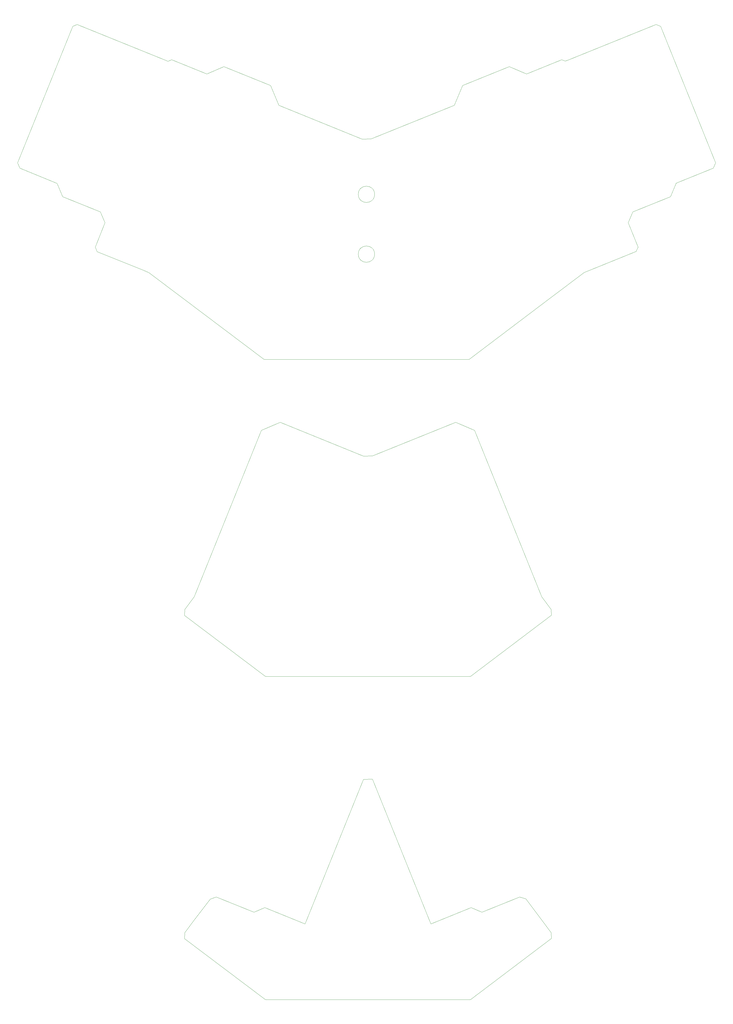
<source format=gbr>
G04 #@! TF.GenerationSoftware,KiCad,Pcbnew,(5.1.4)-1*
G04 #@! TF.CreationDate,2022-01-29T22:37:01-05:00*
G04 #@! TF.ProjectId,ThumbsUpUnsplit,5468756d-6273-4557-9055-6e73706c6974,rev?*
G04 #@! TF.SameCoordinates,Original*
G04 #@! TF.FileFunction,Profile,NP*
%FSLAX46Y46*%
G04 Gerber Fmt 4.6, Leading zero omitted, Abs format (unit mm)*
G04 Created by KiCad (PCBNEW (5.1.4)-1) date 2022-01-29 22:37:01*
%MOMM*%
%LPD*%
G04 APERTURE LIST*
%ADD10C,0.050000*%
G04 APERTURE END LIST*
D10*
X84000000Y240000000D02*
G75*
G03X84000000Y240000000I-3000000J0D01*
G01*
X84000000Y262000000D02*
G75*
G03X84000000Y262000000I-3000000J0D01*
G01*
X43844894Y-34138111D02*
X14018929Y-11677622D01*
X14018929Y107194378D02*
X43844894Y84733889D01*
X13510929Y223780378D02*
X43336894Y201319889D01*
X149056410Y-11653647D02*
X119230446Y-34114136D01*
X145495394Y-4873957D02*
X139619794Y2888217D01*
X119537726Y-294405D02*
X104700930Y-6288859D01*
X43537613Y-318380D02*
X58374409Y-6312834D01*
X17579946Y-4897931D02*
X23455546Y2864242D01*
X43844894Y-34138111D02*
X119230446Y-34114136D01*
X149001724Y-9484159D02*
X149056410Y-11653647D01*
X58374409Y-6312834D02*
X79878326Y46911228D01*
X123505584Y-1978660D02*
X119537726Y-294405D01*
X104700930Y-6288859D02*
X83197013Y46935203D01*
X139619794Y2888217D02*
X137400361Y3635194D01*
X25674979Y3611219D02*
X39569756Y-2002635D01*
X39569756Y-2002635D02*
X43537613Y-318380D01*
X14073616Y-9508134D02*
X14018929Y-11677622D01*
X17579946Y-4897931D02*
X14073616Y-9508134D01*
X137400361Y3635194D02*
X123505584Y-1978660D01*
X79878326Y46911228D02*
X83197013Y46935203D01*
X23455546Y2864242D02*
X25674979Y3611219D01*
X145495394Y-4873957D02*
X149001724Y-9484159D01*
X149056410Y107218353D02*
X119230446Y84757864D01*
X42318965Y175205290D02*
X17579946Y113974069D01*
X43844894Y84733889D02*
X119230446Y84757864D01*
X49262716Y178152737D02*
X79878326Y165783228D01*
X149001724Y109387841D02*
X149056410Y107218353D01*
X113812624Y178176712D02*
X83197013Y165807203D01*
X14073616Y109363866D02*
X14018929Y107194378D01*
X17579946Y113974069D02*
X14073616Y109363866D01*
X113812624Y178176712D02*
X120756375Y175229265D01*
X79878326Y165783228D02*
X83197013Y165807203D01*
X49262716Y178152737D02*
X42318965Y175205290D01*
X120756375Y175229265D02*
X145495394Y113998043D01*
X145495394Y113998043D02*
X149001724Y109387841D01*
X903049Y233257458D02*
X13510929Y223780378D01*
X148548410Y223804353D02*
X118722446Y201343864D01*
X161156291Y233281432D02*
X148548410Y223804353D01*
X43336894Y201319889D02*
X118722446Y201343864D01*
X79370326Y282369228D02*
X82689013Y282393203D01*
X45666914Y302013143D02*
X48754716Y294738737D01*
X-25524415Y324475506D02*
X-27177689Y323773733D01*
X-30837935Y261148778D02*
X-32802900Y265777945D01*
X-47444655Y273611232D02*
X-46602527Y271627304D01*
X-27177689Y323773733D02*
X-47444655Y273611232D01*
X45666914Y302013143D02*
X28475071Y308959098D01*
X48754716Y294738737D02*
X79370326Y282369228D01*
X7917252Y310964196D02*
X6739729Y311439946D01*
X9239872Y311525614D02*
X7917252Y310964196D01*
X-25524415Y324475506D02*
X6739729Y311439946D01*
X28475071Y308959098D02*
X22192630Y306292360D01*
X22192630Y306292360D02*
X9239872Y311525614D01*
X-18172832Y240964614D02*
X-1216494Y234113808D01*
X-18874605Y242617887D02*
X-18172832Y240964614D01*
X903049Y233257458D02*
X-1216494Y234113808D01*
X-15258902Y251567066D02*
X-18874605Y242617887D01*
X-30837935Y261148778D02*
X-16943158Y255534923D01*
X-32943254Y266108599D02*
X-32802900Y265777945D01*
X-16943158Y255534923D02*
X-15258902Y251567066D01*
X-46602527Y271627304D02*
X-32943254Y266108599D01*
X161156291Y233281432D02*
X163275833Y234137783D01*
X180232172Y240988588D02*
X163275833Y234137783D01*
X180933945Y242641862D02*
X180232172Y240988588D01*
X177318242Y251591041D02*
X180933945Y242641862D01*
X179002497Y255558898D02*
X177318242Y251591041D01*
X192897275Y261172753D02*
X179002497Y255558898D01*
X195002594Y266132574D02*
X194862239Y265801919D01*
X208661867Y271651278D02*
X195002594Y266132574D01*
X192897275Y261172753D02*
X194862239Y265801919D01*
X209503994Y273635207D02*
X208661867Y271651278D01*
X189237028Y323797708D02*
X209503994Y273635207D01*
X113304624Y294762712D02*
X82689013Y282393203D01*
X116392426Y302037117D02*
X133584269Y308983073D01*
X154142087Y310988171D02*
X155319611Y311463921D01*
X152819468Y311549589D02*
X154142087Y310988171D01*
X187583755Y324499481D02*
X155319611Y311463921D01*
X187583755Y324499481D02*
X189237028Y323797708D01*
X139866710Y306316335D02*
X152819468Y311549589D01*
X133584269Y308983073D02*
X139866710Y306316335D01*
X116392426Y302037117D02*
X113304624Y294762712D01*
M02*

</source>
